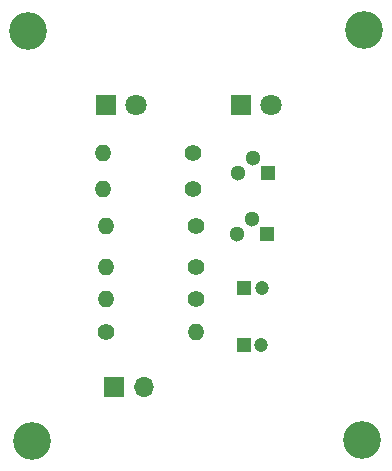
<source format=gbr>
%TF.GenerationSoftware,KiCad,Pcbnew,7.0.7*%
%TF.CreationDate,2023-10-16T17:51:31+02:00*%
%TF.ProjectId,bc546b-astable-multivibrator,62633534-3662-42d6-9173-7461626c652d,0*%
%TF.SameCoordinates,Original*%
%TF.FileFunction,Soldermask,Bot*%
%TF.FilePolarity,Negative*%
%FSLAX46Y46*%
G04 Gerber Fmt 4.6, Leading zero omitted, Abs format (unit mm)*
G04 Created by KiCad (PCBNEW 7.0.7) date 2023-10-16 17:51:31*
%MOMM*%
%LPD*%
G01*
G04 APERTURE LIST*
%ADD10C,3.200000*%
%ADD11R,1.200000X1.200000*%
%ADD12C,1.200000*%
%ADD13R,1.800000X1.800000*%
%ADD14C,1.800000*%
%ADD15C,1.400000*%
%ADD16O,1.400000X1.400000*%
%ADD17R,1.700000X1.700000*%
%ADD18O,1.700000X1.700000*%
%ADD19R,1.300000X1.300000*%
%ADD20C,1.300000*%
G04 APERTURE END LIST*
D10*
%TO.C,REF\u002A\u002A*%
X83146213Y-86602330D03*
%TD*%
D11*
%TO.C,C2*%
X101100000Y-73700000D03*
D12*
X102600000Y-73700000D03*
%TD*%
D10*
%TO.C,REF\u002A\u002A*%
X111108941Y-86526181D03*
%TD*%
D13*
%TO.C,D2*%
X89425000Y-58200000D03*
D14*
X91965000Y-58200000D03*
%TD*%
D15*
%TO.C,R3*%
X89390000Y-77400000D03*
D16*
X97010000Y-77400000D03*
%TD*%
D13*
%TO.C,D1*%
X100825000Y-58200000D03*
D14*
X103365000Y-58200000D03*
%TD*%
D17*
%TO.C,BT1*%
X90125000Y-82000000D03*
D18*
X92665000Y-82000000D03*
%TD*%
D10*
%TO.C,REF\u002A\u002A*%
X111244612Y-51822648D03*
%TD*%
D11*
%TO.C,C1*%
X101077401Y-78500000D03*
D12*
X102577401Y-78500000D03*
%TD*%
D10*
%TO.C,REF\u002A\u002A*%
X82833257Y-51910761D03*
%TD*%
D15*
%TO.C,R1*%
X97020000Y-74600000D03*
D16*
X89400000Y-74600000D03*
%TD*%
D15*
%TO.C,R4*%
X97000000Y-71900000D03*
D16*
X89380000Y-71900000D03*
%TD*%
D19*
%TO.C,BC546B1*%
X103100000Y-63900000D03*
D20*
X101830000Y-62630000D03*
X100560000Y-63900000D03*
%TD*%
D15*
%TO.C,R6*%
X97000000Y-68400000D03*
D16*
X89380000Y-68400000D03*
%TD*%
D15*
%TO.C,R5*%
X96800000Y-62200000D03*
D16*
X89180000Y-62200000D03*
%TD*%
D15*
%TO.C,R2*%
X96810000Y-65300000D03*
D16*
X89190000Y-65300000D03*
%TD*%
D19*
%TO.C,BC546B2*%
X103070000Y-69070000D03*
D20*
X101800000Y-67800000D03*
X100530000Y-69070000D03*
%TD*%
M02*

</source>
